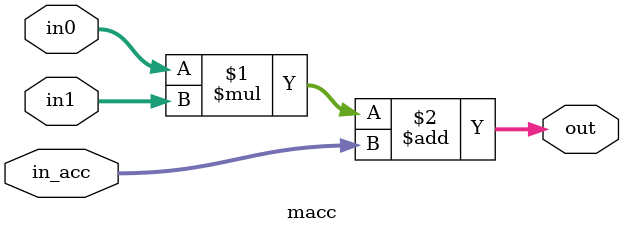
<source format=v>
module macc(in0, in1, in_acc, out);
  input signed [15:0] in0, in1, in_acc;
  output signed [15:0] out;
  
  assign out = in0 * in1 + in_acc;
endmodule
</source>
